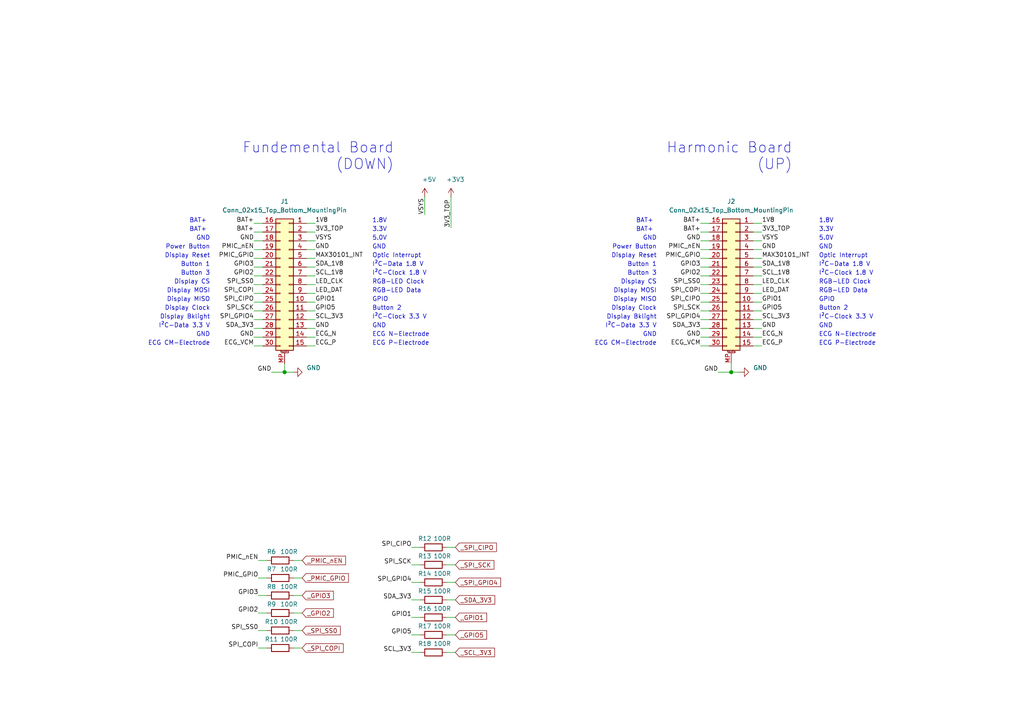
<source format=kicad_sch>
(kicad_sch (version 20201015) (generator eeschema)
  (page 1 4)
  (paper "A4")
  (title_block (title "Resonance") (date "2020-12-02") (rev "r1.0") (company "GsD : @gregdavill") (comment 1 "Digital video output addon from the card10"))
  (lib_symbols
    (symbol "Connector_Generic_MountingPin:Conn_02x15_Top_Bottom_MountingPin" (pin_names (offset 1.016) hide)
      (property "Reference" "J" (at 1.27 20.32 0))
      (property "Value" "Conn_02x15_Top_Bottom_MountingPin" (at 2.54 -20.32 0))
      (symbol "Conn_02x15_Top_Bottom_MountingPin_1_1"
        (text "Mounting" (at 1.27 -19.431 0) (effects (font (size 0.381 0.381))))
        (rectangle (start -1.27 -4.953) (end 0 -5.207) (stroke (width 0.1524)))
        (rectangle (start -1.27 -7.493) (end 0 -7.747) (stroke (width 0.1524)))
        (rectangle (start -1.27 -10.033) (end 0 -10.287) (stroke (width 0.1524)))
        (rectangle (start -1.27 -12.573) (end 0 -12.827) (stroke (width 0.1524)))
        (rectangle (start -1.27 -15.113) (end 0 -15.367) (stroke (width 0.1524)))
        (rectangle (start -1.27 -17.653) (end 0 -17.907) (stroke (width 0.1524)))
        (rectangle (start -1.27 -2.413) (end 0 -2.667) (stroke (width 0.1524)))
        (rectangle (start -1.27 2.667) (end 0 2.413) (stroke (width 0.1524)))
        (rectangle (start -1.27 5.207) (end 0 4.953) (stroke (width 0.1524)))
        (rectangle (start -1.27 7.747) (end 0 7.493) (stroke (width 0.1524)))
        (rectangle (start -1.27 10.287) (end 0 10.033) (stroke (width 0.1524)))
        (rectangle (start -1.27 0.127) (end 0 -0.127) (stroke (width 0.1524)))
        (rectangle (start -1.27 12.827) (end 0 12.573) (stroke (width 0.1524)))
        (rectangle (start -1.27 15.367) (end 0 15.113) (stroke (width 0.1524)))
        (rectangle (start -1.27 17.907) (end 0 17.653) (stroke (width 0.1524)))
        (rectangle (start -1.27 19.05) (end 3.81 -19.05) (stroke (width 0.254)) (fill (type background)))
        (rectangle (start 3.81 -4.953) (end 2.54 -5.207) (stroke (width 0.1524)))
        (rectangle (start 3.81 -7.493) (end 2.54 -7.747) (stroke (width 0.1524)))
        (rectangle (start 3.81 -10.033) (end 2.54 -10.287) (stroke (width 0.1524)))
        (rectangle (start 3.81 -12.573) (end 2.54 -12.827) (stroke (width 0.1524)))
        (rectangle (start 3.81 -15.113) (end 2.54 -15.367) (stroke (width 0.1524)))
        (rectangle (start 3.81 -17.653) (end 2.54 -17.907) (stroke (width 0.1524)))
        (rectangle (start 3.81 -2.413) (end 2.54 -2.667) (stroke (width 0.1524)))
        (rectangle (start 3.81 2.667) (end 2.54 2.413) (stroke (width 0.1524)))
        (rectangle (start 3.81 5.207) (end 2.54 4.953) (stroke (width 0.1524)))
        (rectangle (start 3.81 7.747) (end 2.54 7.493) (stroke (width 0.1524)))
        (rectangle (start 3.81 10.287) (end 2.54 10.033) (stroke (width 0.1524)))
        (rectangle (start 3.81 0.127) (end 2.54 -0.127) (stroke (width 0.1524)))
        (rectangle (start 3.81 12.827) (end 2.54 12.573) (stroke (width 0.1524)))
        (rectangle (start 3.81 15.367) (end 2.54 15.113) (stroke (width 0.1524)))
        (rectangle (start 3.81 17.907) (end 2.54 17.653) (stroke (width 0.1524)))
        (polyline (pts (xy 0.254 -19.812) (xy 2.286 -19.812)) (stroke (width 0.1524)))
        (pin passive line (at 1.27 -22.86 90) (length 3.048) (name "MountPin") (number "MP"))
        (pin passive line (at -5.08 17.78 0) (length 3.81) (name "Pin_1") (number "1"))
        (pin passive line (at -5.08 -5.08 0) (length 3.81) (name "Pin_10") (number "10"))
        (pin passive line (at -5.08 -7.62 0) (length 3.81) (name "Pin_11") (number "11"))
        (pin passive line (at -5.08 -10.16 0) (length 3.81) (name "Pin_12") (number "12"))
        (pin passive line (at -5.08 -12.7 0) (length 3.81) (name "Pin_13") (number "13"))
        (pin passive line (at -5.08 -15.24 0) (length 3.81) (name "Pin_14") (number "14"))
        (pin passive line (at -5.08 -17.78 0) (length 3.81) (name "Pin_15") (number "15"))
        (pin passive line (at 7.62 17.78 180) (length 3.81) (name "Pin_16") (number "16"))
        (pin passive line (at 7.62 15.24 180) (length 3.81) (name "Pin_17") (number "17"))
        (pin passive line (at 7.62 12.7 180) (length 3.81) (name "Pin_18") (number "18"))
        (pin passive line (at 7.62 10.16 180) (length 3.81) (name "Pin_19") (number "19"))
        (pin passive line (at -5.08 15.24 0) (length 3.81) (name "Pin_2") (number "2"))
        (pin passive line (at 7.62 7.62 180) (length 3.81) (name "Pin_20") (number "20"))
        (pin passive line (at 7.62 5.08 180) (length 3.81) (name "Pin_21") (number "21"))
        (pin passive line (at 7.62 2.54 180) (length 3.81) (name "Pin_22") (number "22"))
        (pin passive line (at 7.62 0 180) (length 3.81) (name "Pin_23") (number "23"))
        (pin passive line (at 7.62 -2.54 180) (length 3.81) (name "Pin_24") (number "24"))
        (pin passive line (at 7.62 -5.08 180) (length 3.81) (name "Pin_25") (number "25"))
        (pin passive line (at 7.62 -7.62 180) (length 3.81) (name "Pin_26") (number "26"))
        (pin passive line (at 7.62 -10.16 180) (length 3.81) (name "Pin_27") (number "27"))
        (pin passive line (at 7.62 -12.7 180) (length 3.81) (name "Pin_28") (number "28"))
        (pin passive line (at 7.62 -15.24 180) (length 3.81) (name "Pin_29") (number "29"))
        (pin passive line (at -5.08 12.7 0) (length 3.81) (name "Pin_3") (number "3"))
        (pin passive line (at 7.62 -17.78 180) (length 3.81) (name "Pin_30") (number "30"))
        (pin passive line (at -5.08 10.16 0) (length 3.81) (name "Pin_4") (number "4"))
        (pin passive line (at -5.08 7.62 0) (length 3.81) (name "Pin_5") (number "5"))
        (pin passive line (at -5.08 5.08 0) (length 3.81) (name "Pin_6") (number "6"))
        (pin passive line (at -5.08 2.54 0) (length 3.81) (name "Pin_7") (number "7"))
        (pin passive line (at -5.08 0 0) (length 3.81) (name "Pin_8") (number "8"))
        (pin passive line (at -5.08 -2.54 0) (length 3.81) (name "Pin_9") (number "9"))
      )
    )
    (symbol "Device:R" (pin_numbers hide) (pin_names (offset 0))
      (property "Reference" "R" (at 2.032 0 90))
      (property "Value" "R" (at 0 0 90))
      (symbol "R_0_1"
        (rectangle (start -1.016 -2.54) (end 1.016 2.54) (stroke (width 0.254)))
      )
      (symbol "R_1_1"
        (pin passive line (at 0 3.81 270) (length 1.27) (name "~") (number "1"))
        (pin passive line (at 0 -3.81 90) (length 1.27) (name "~") (number "2"))
      )
    )
    (symbol "power:+3V3" (power) (pin_names (offset 0))
      (property "Value" "+3V3" (at 0 3.556 0))
      (symbol "+3V3_0_1"
        (polyline (pts (xy -0.762 1.27) (xy 0 2.54)))
        (polyline (pts (xy 0 0) (xy 0 2.54)))
        (polyline (pts (xy 0 2.54) (xy 0.762 1.27)))
      )
      (symbol "+3V3_1_1"
        (pin power_in line (at 0 0 90) (length 0) hide (name "+3V3") (number "1"))
      )
    )
    (symbol "power:+5V" (power) (pin_names (offset 0))
      (property "Value" "+5V" (at 0 3.556 0))
      (symbol "+5V_0_1"
        (polyline (pts (xy -0.762 1.27) (xy 0 2.54)))
        (polyline (pts (xy 0 0) (xy 0 2.54)))
        (polyline (pts (xy 0 2.54) (xy 0.762 1.27)))
      )
      (symbol "+5V_1_1"
        (pin power_in line (at 0 0 90) (length 0) hide (name "+5V") (number "1"))
      )
    )
    (symbol "power:GND" (power) (pin_names (offset 0))
      (property "Value" "GND" (at 0 -3.81 0))
      (symbol "GND_0_1"
        (polyline (pts (xy 0 0) (xy 0 -1.27) (xy 1.27 -1.27) (xy 0 -2.54) (xy -1.27 -1.27) (xy 0 -1.27)))
      )
      (symbol "GND_1_1"
        (pin power_in line (at 0 0 270) (length 0) hide (name "GND") (number "1"))
      )
    )
  )
  (junction (at 82.55 107.95) (diameter 1.016))
  (junction (at 212.09 107.95) (diameter 1.016))
  (wire (pts (xy 73.66 64.77) (xy 76.2 64.77)))
  (wire (pts (xy 73.66 69.85) (xy 76.2 69.85)))
  (wire (pts (xy 73.66 74.93) (xy 76.2 74.93)))
  (wire (pts (xy 73.66 80.01) (xy 76.2 80.01)))
  (wire (pts (xy 73.66 87.63) (xy 76.2 87.63)))
  (wire (pts (xy 73.66 90.17) (xy 76.2 90.17)))
  (wire (pts (xy 73.66 95.25) (xy 76.2 95.25)))
  (wire (pts (xy 73.66 100.33) (xy 76.2 100.33)))
  (wire (pts (xy 74.93 167.64) (xy 77.47 167.64)))
  (wire (pts (xy 74.93 177.8) (xy 77.47 177.8)))
  (wire (pts (xy 76.2 67.31) (xy 73.66 67.31)))
  (wire (pts (xy 76.2 72.39) (xy 73.66 72.39)))
  (wire (pts (xy 76.2 77.47) (xy 73.66 77.47)))
  (wire (pts (xy 76.2 82.55) (xy 73.66 82.55)))
  (wire (pts (xy 76.2 85.09) (xy 73.66 85.09)))
  (wire (pts (xy 76.2 92.71) (xy 73.66 92.71)))
  (wire (pts (xy 76.2 97.79) (xy 73.66 97.79)))
  (wire (pts (xy 77.47 162.56) (xy 74.93 162.56)))
  (wire (pts (xy 77.47 172.72) (xy 74.93 172.72)))
  (wire (pts (xy 77.47 182.88) (xy 74.93 182.88)))
  (wire (pts (xy 77.47 187.96) (xy 74.93 187.96)))
  (wire (pts (xy 78.74 107.95) (xy 82.55 107.95)))
  (wire (pts (xy 82.55 105.41) (xy 82.55 107.95)))
  (wire (pts (xy 82.55 107.95) (xy 85.09 107.95)))
  (wire (pts (xy 85.09 162.56) (xy 87.63 162.56)))
  (wire (pts (xy 85.09 172.72) (xy 87.63 172.72)))
  (wire (pts (xy 85.09 182.88) (xy 87.63 182.88)))
  (wire (pts (xy 85.09 187.96) (xy 87.63 187.96)))
  (wire (pts (xy 87.63 167.64) (xy 85.09 167.64)))
  (wire (pts (xy 87.63 177.8) (xy 85.09 177.8)))
  (wire (pts (xy 88.9 64.77) (xy 91.44 64.77)))
  (wire (pts (xy 88.9 69.85) (xy 91.44 69.85)))
  (wire (pts (xy 88.9 74.93) (xy 91.44 74.93)))
  (wire (pts (xy 88.9 80.01) (xy 91.44 80.01)))
  (wire (pts (xy 88.9 85.09) (xy 91.44 85.09)))
  (wire (pts (xy 88.9 90.17) (xy 91.44 90.17)))
  (wire (pts (xy 88.9 95.25) (xy 91.44 95.25)))
  (wire (pts (xy 88.9 100.33) (xy 91.44 100.33)))
  (wire (pts (xy 91.44 67.31) (xy 88.9 67.31)))
  (wire (pts (xy 91.44 72.39) (xy 88.9 72.39)))
  (wire (pts (xy 91.44 77.47) (xy 88.9 77.47)))
  (wire (pts (xy 91.44 82.55) (xy 88.9 82.55)))
  (wire (pts (xy 91.44 87.63) (xy 88.9 87.63)))
  (wire (pts (xy 91.44 92.71) (xy 88.9 92.71)))
  (wire (pts (xy 91.44 97.79) (xy 88.9 97.79)))
  (wire (pts (xy 119.38 158.75) (xy 121.92 158.75)))
  (wire (pts (xy 119.38 163.83) (xy 121.92 163.83)))
  (wire (pts (xy 119.38 173.99) (xy 121.92 173.99)))
  (wire (pts (xy 119.38 179.07) (xy 121.92 179.07)))
  (wire (pts (xy 119.38 189.23) (xy 121.92 189.23)))
  (wire (pts (xy 121.92 168.91) (xy 119.38 168.91)))
  (wire (pts (xy 121.92 184.15) (xy 119.38 184.15)))
  (wire (pts (xy 123.19 57.15) (xy 123.19 62.23)))
  (wire (pts (xy 129.54 168.91) (xy 132.08 168.91)))
  (wire (pts (xy 129.54 184.15) (xy 132.08 184.15)))
  (wire (pts (xy 130.81 57.15) (xy 130.81 66.04)))
  (wire (pts (xy 132.08 158.75) (xy 129.54 158.75)))
  (wire (pts (xy 132.08 163.83) (xy 129.54 163.83)))
  (wire (pts (xy 132.08 173.99) (xy 129.54 173.99)))
  (wire (pts (xy 132.08 179.07) (xy 129.54 179.07)))
  (wire (pts (xy 132.08 189.23) (xy 129.54 189.23)))
  (wire (pts (xy 203.2 64.77) (xy 205.74 64.77)))
  (wire (pts (xy 203.2 69.85) (xy 205.74 69.85)))
  (wire (pts (xy 203.2 74.93) (xy 205.74 74.93)))
  (wire (pts (xy 203.2 80.01) (xy 205.74 80.01)))
  (wire (pts (xy 203.2 87.63) (xy 205.74 87.63)))
  (wire (pts (xy 203.2 90.17) (xy 205.74 90.17)))
  (wire (pts (xy 203.2 95.25) (xy 205.74 95.25)))
  (wire (pts (xy 203.2 100.33) (xy 205.74 100.33)))
  (wire (pts (xy 205.74 67.31) (xy 203.2 67.31)))
  (wire (pts (xy 205.74 72.39) (xy 203.2 72.39)))
  (wire (pts (xy 205.74 77.47) (xy 203.2 77.47)))
  (wire (pts (xy 205.74 82.55) (xy 203.2 82.55)))
  (wire (pts (xy 205.74 85.09) (xy 203.2 85.09)))
  (wire (pts (xy 205.74 92.71) (xy 203.2 92.71)))
  (wire (pts (xy 205.74 97.79) (xy 203.2 97.79)))
  (wire (pts (xy 208.28 107.95) (xy 212.09 107.95)))
  (wire (pts (xy 212.09 105.41) (xy 212.09 107.95)))
  (wire (pts (xy 212.09 107.95) (xy 214.63 107.95)))
  (wire (pts (xy 218.44 64.77) (xy 220.98 64.77)))
  (wire (pts (xy 218.44 69.85) (xy 220.98 69.85)))
  (wire (pts (xy 218.44 74.93) (xy 220.98 74.93)))
  (wire (pts (xy 218.44 80.01) (xy 220.98 80.01)))
  (wire (pts (xy 218.44 85.09) (xy 220.98 85.09)))
  (wire (pts (xy 218.44 90.17) (xy 220.98 90.17)))
  (wire (pts (xy 218.44 95.25) (xy 220.98 95.25)))
  (wire (pts (xy 218.44 100.33) (xy 220.98 100.33)))
  (wire (pts (xy 220.98 67.31) (xy 218.44 67.31)))
  (wire (pts (xy 220.98 72.39) (xy 218.44 72.39)))
  (wire (pts (xy 220.98 77.47) (xy 218.44 77.47)))
  (wire (pts (xy 220.98 82.55) (xy 218.44 82.55)))
  (wire (pts (xy 220.98 87.63) (xy 218.44 87.63)))
  (wire (pts (xy 220.98 92.71) (xy 218.44 92.71)))
  (wire (pts (xy 220.98 97.79) (xy 218.44 97.79)))
  (text "BAT+ " (at 60.96 64.77 180) (effects (font (size 1.27 1.27)) (justify right bottom)))
  (text "BAT+ " (at 60.96 67.31 180) (effects (font (size 1.27 1.27)) (justify right bottom)))
  (text "GND" (at 60.96 69.85 180) (effects (font (size 1.27 1.27)) (justify right bottom)))
  (text "Power Button" (at 60.96 72.39 180) (effects (font (size 1.27 1.27)) (justify right bottom)))
  (text "Display Reset" (at 60.96 74.93 180) (effects (font (size 1.27 1.27)) (justify right bottom)))
  (text "Button 1" (at 60.96 77.47 180) (effects (font (size 1.27 1.27)) (justify right bottom)))
  (text "Button 3" (at 60.96 80.01 180) (effects (font (size 1.27 1.27)) (justify right bottom)))
  (text "Display CS" (at 60.96 82.55 180) (effects (font (size 1.27 1.27)) (justify right bottom)))
  (text "Display MOSI" (at 60.96 85.09 180) (effects (font (size 1.27 1.27)) (justify right bottom)))
  (text "Display MISO" (at 60.96 87.63 180) (effects (font (size 1.27 1.27)) (justify right bottom)))
  (text "Display Clock" (at 60.96 90.17 180) (effects (font (size 1.27 1.27)) (justify right bottom)))
  (text "Display Bklight" (at 60.96 92.71 180) (effects (font (size 1.27 1.27)) (justify right bottom)))
  (text "I²C-Data 3.3 V" (at 60.96 95.25 180) (effects (font (size 1.27 1.27)) (justify right bottom)))
  (text "GND" (at 60.96 97.79 180) (effects (font (size 1.27 1.27)) (justify right bottom)))
  (text "ECG CM-Electrode" (at 60.96 100.33 180) (effects (font (size 1.27 1.27)) (justify right bottom)))
  (text "1.8V" (at 107.95 64.77 0) (effects (font (size 1.27 1.27)) (justify left bottom)))
  (text "3.3V" (at 107.95 67.31 0) (effects (font (size 1.27 1.27)) (justify left bottom)))
  (text "5.0V" (at 107.95 69.85 0) (effects (font (size 1.27 1.27)) (justify left bottom)))
  (text "GND" (at 107.95 72.39 0) (effects (font (size 1.27 1.27)) (justify left bottom)))
  (text "Optic Interrupt" (at 107.95 74.93 0) (effects (font (size 1.27 1.27)) (justify left bottom)))
  (text "I²C-Data 1.8 V" (at 107.95 77.47 0) (effects (font (size 1.27 1.27)) (justify left bottom)))
  (text "I²C-Clock 1.8 V" (at 107.95 80.01 0) (effects (font (size 1.27 1.27)) (justify left bottom)))
  (text "RGB-LED Clock" (at 107.95 82.55 0) (effects (font (size 1.27 1.27)) (justify left bottom)))
  (text "RGB-LED Data" (at 107.95 85.09 0) (effects (font (size 1.27 1.27)) (justify left bottom)))
  (text "GPIO" (at 107.95 87.63 0) (effects (font (size 1.27 1.27)) (justify left bottom)))
  (text "Button 2" (at 107.95 90.17 0) (effects (font (size 1.27 1.27)) (justify left bottom)))
  (text "I²C-Clock 3.3 V" (at 107.95 92.71 0) (effects (font (size 1.27 1.27)) (justify left bottom)))
  (text "GND" (at 107.95 95.25 0) (effects (font (size 1.27 1.27)) (justify left bottom)))
  (text "ECG N-Electrode" (at 107.95 97.79 0) (effects (font (size 1.27 1.27)) (justify left bottom)))
  (text "ECG P-Electrode" (at 107.95 100.33 0) (effects (font (size 1.27 1.27)) (justify left bottom)))
  (text "Fundemental Board\n(DOWN)" (at 114.3 49.53 180) (effects (font (size 3 3)) (justify right bottom)))
  (text "BAT+ " (at 190.5 64.77 180) (effects (font (size 1.27 1.27)) (justify right bottom)))
  (text "BAT+ " (at 190.5 67.31 180) (effects (font (size 1.27 1.27)) (justify right bottom)))
  (text "GND" (at 190.5 69.85 180) (effects (font (size 1.27 1.27)) (justify right bottom)))
  (text "Power Button" (at 190.5 72.39 180) (effects (font (size 1.27 1.27)) (justify right bottom)))
  (text "Display Reset" (at 190.5 74.93 180) (effects (font (size 1.27 1.27)) (justify right bottom)))
  (text "Button 1" (at 190.5 77.47 180) (effects (font (size 1.27 1.27)) (justify right bottom)))
  (text "Button 3" (at 190.5 80.01 180) (effects (font (size 1.27 1.27)) (justify right bottom)))
  (text "Display CS" (at 190.5 82.55 180) (effects (font (size 1.27 1.27)) (justify right bottom)))
  (text "Display MOSI" (at 190.5 85.09 180) (effects (font (size 1.27 1.27)) (justify right bottom)))
  (text "Display MISO" (at 190.5 87.63 180) (effects (font (size 1.27 1.27)) (justify right bottom)))
  (text "Display Clock" (at 190.5 90.17 180) (effects (font (size 1.27 1.27)) (justify right bottom)))
  (text "Display Bklight" (at 190.5 92.71 180) (effects (font (size 1.27 1.27)) (justify right bottom)))
  (text "I²C-Data 3.3 V" (at 190.5 95.25 180) (effects (font (size 1.27 1.27)) (justify right bottom)))
  (text "GND" (at 190.5 97.79 180) (effects (font (size 1.27 1.27)) (justify right bottom)))
  (text "ECG CM-Electrode" (at 190.5 100.33 180) (effects (font (size 1.27 1.27)) (justify right bottom)))
  (text "Harmonic Board\n(UP)" (at 229.87 49.53 180) (effects (font (size 3 3)) (justify right bottom)))
  (text "1.8V" (at 237.49 64.77 0) (effects (font (size 1.27 1.27)) (justify left bottom)))
  (text "3.3V" (at 237.49 67.31 0) (effects (font (size 1.27 1.27)) (justify left bottom)))
  (text "5.0V" (at 237.49 69.85 0) (effects (font (size 1.27 1.27)) (justify left bottom)))
  (text "GND" (at 237.49 72.39 0) (effects (font (size 1.27 1.27)) (justify left bottom)))
  (text "Optic Interrupt" (at 237.49 74.93 0) (effects (font (size 1.27 1.27)) (justify left bottom)))
  (text "I²C-Data 1.8 V" (at 237.49 77.47 0) (effects (font (size 1.27 1.27)) (justify left bottom)))
  (text "I²C-Clock 1.8 V" (at 237.49 80.01 0) (effects (font (size 1.27 1.27)) (justify left bottom)))
  (text "RGB-LED Clock" (at 237.49 82.55 0) (effects (font (size 1.27 1.27)) (justify left bottom)))
  (text "RGB-LED Data" (at 237.49 85.09 0) (effects (font (size 1.27 1.27)) (justify left bottom)))
  (text "GPIO" (at 237.49 87.63 0) (effects (font (size 1.27 1.27)) (justify left bottom)))
  (text "Button 2" (at 237.49 90.17 0) (effects (font (size 1.27 1.27)) (justify left bottom)))
  (text "I²C-Clock 3.3 V" (at 237.49 92.71 0) (effects (font (size 1.27 1.27)) (justify left bottom)))
  (text "GND" (at 237.49 95.25 0) (effects (font (size 1.27 1.27)) (justify left bottom)))
  (text "ECG N-Electrode" (at 237.49 97.79 0) (effects (font (size 1.27 1.27)) (justify left bottom)))
  (text "ECG P-Electrode" (at 237.49 100.33 0) (effects (font (size 1.27 1.27)) (justify left bottom)))
  (label "BAT+" (at 73.66 64.77 180))
  (label "BAT+" (at 73.66 67.31 180))
  (label "GND" (at 73.66 69.85 180))
  (label "PMIC_nEN" (at 73.66 72.39 180))
  (label "PMIC_GPIO" (at 73.66 74.93 180))
  (label "GPIO3" (at 73.66 77.47 180))
  (label "GPIO2" (at 73.66 80.01 180))
  (label "SPI_SS0" (at 73.66 82.55 180))
  (label "SPI_COPI" (at 73.66 85.09 180))
  (label "SPI_CIPO" (at 73.66 87.63 180))
  (label "SPI_SCK" (at 73.66 90.17 180))
  (label "SPI_GPIO4" (at 73.66 92.71 180))
  (label "SDA_3V3" (at 73.66 95.25 180))
  (label "GND" (at 73.66 97.79 180))
  (label "ECG_VCM" (at 73.66 100.33 180))
  (label "PMIC_nEN" (at 74.93 162.56 180))
  (label "PMIC_GPIO" (at 74.93 167.64 180))
  (label "GPIO3" (at 74.93 172.72 180))
  (label "GPIO2" (at 74.93 177.8 180))
  (label "SPI_SS0" (at 74.93 182.88 180))
  (label "SPI_COPI" (at 74.93 187.96 180))
  (label "GND" (at 78.74 107.95 180))
  (label "1V8" (at 91.44 64.77 0))
  (label "3V3_TOP" (at 91.44 67.31 0))
  (label "VSYS" (at 91.44 69.85 0))
  (label "GND" (at 91.44 72.39 0))
  (label "MAX30101_INT" (at 91.44 74.93 0))
  (label "SDA_1V8" (at 91.44 77.47 0))
  (label "SCL_1V8" (at 91.44 80.01 0))
  (label "LED_CLK" (at 91.44 82.55 0))
  (label "LED_DAT" (at 91.44 85.09 0))
  (label "GPIO1" (at 91.44 87.63 0))
  (label "GPIO5" (at 91.44 90.17 0))
  (label "SCL_3V3" (at 91.44 92.71 0))
  (label "GND" (at 91.44 95.25 0))
  (label "ECG_N" (at 91.44 97.79 0))
  (label "ECG_P" (at 91.44 100.33 0))
  (label "SPI_CIPO" (at 119.38 158.75 180))
  (label "SPI_SCK" (at 119.38 163.83 180))
  (label "SPI_GPIO4" (at 119.38 168.91 180))
  (label "SDA_3V3" (at 119.38 173.99 180))
  (label "GPIO1" (at 119.38 179.07 180))
  (label "GPIO5" (at 119.38 184.15 180))
  (label "SCL_3V3" (at 119.38 189.23 180))
  (label "VSYS" (at 123.19 62.23 90))
  (label "3V3_TOP" (at 130.81 66.04 90))
  (label "BAT+" (at 203.2 64.77 180))
  (label "BAT+" (at 203.2 67.31 180))
  (label "GND" (at 203.2 69.85 180))
  (label "PMIC_nEN" (at 203.2 72.39 180))
  (label "PMIC_GPIO" (at 203.2 74.93 180))
  (label "GPIO3" (at 203.2 77.47 180))
  (label "GPIO2" (at 203.2 80.01 180))
  (label "SPI_SS0" (at 203.2 82.55 180))
  (label "SPI_COPI" (at 203.2 85.09 180))
  (label "SPI_CIPO" (at 203.2 87.63 180))
  (label "SPI_SCK" (at 203.2 90.17 180))
  (label "SPI_GPIO4" (at 203.2 92.71 180))
  (label "SDA_3V3" (at 203.2 95.25 180))
  (label "GND" (at 203.2 97.79 180))
  (label "ECG_VCM" (at 203.2 100.33 180))
  (label "GND" (at 208.28 107.95 180))
  (label "1V8" (at 220.98 64.77 0))
  (label "3V3_TOP" (at 220.98 67.31 0))
  (label "VSYS" (at 220.98 69.85 0))
  (label "GND" (at 220.98 72.39 0))
  (label "MAX30101_INT" (at 220.98 74.93 0))
  (label "SDA_1V8" (at 220.98 77.47 0))
  (label "SCL_1V8" (at 220.98 80.01 0))
  (label "LED_CLK" (at 220.98 82.55 0))
  (label "LED_DAT" (at 220.98 85.09 0))
  (label "GPIO1" (at 220.98 87.63 0))
  (label "GPIO5" (at 220.98 90.17 0))
  (label "SCL_3V3" (at 220.98 92.71 0))
  (label "GND" (at 220.98 95.25 0))
  (label "ECG_N" (at 220.98 97.79 0))
  (label "ECG_P" (at 220.98 100.33 0))
  (global_label "_PMIC_nEN" (shape input) (at 87.63 162.56 0) (property "Intersheet References" "${INTERSHEET_REFS}" (effects hide)))
  (global_label "_PMIC_GPIO" (shape input) (at 87.63 167.64 0) (property "Intersheet References" "${INTERSHEET_REFS}" (effects hide)))
  (global_label "_GPIO3" (shape input) (at 87.63 172.72 0) (property "Intersheet References" "${INTERSHEET_REFS}" (effects hide)))
  (global_label "_GPIO2" (shape input) (at 87.63 177.8 0) (property "Intersheet References" "${INTERSHEET_REFS}" (effects hide)))
  (global_label "_SPI_SS0" (shape input) (at 87.63 182.88 0) (property "Intersheet References" "${INTERSHEET_REFS}" (effects hide)))
  (global_label "_SPI_COPI" (shape input) (at 87.63 187.96 0) (property "Intersheet References" "${INTERSHEET_REFS}" (effects hide)))
  (global_label "_SPI_CIPO" (shape input) (at 132.08 158.75 0) (property "Intersheet References" "${INTERSHEET_REFS}" (effects hide)))
  (global_label "_SPI_SCK" (shape input) (at 132.08 163.83 0) (property "Intersheet References" "${INTERSHEET_REFS}" (effects hide)))
  (global_label "_SPI_GPIO4" (shape input) (at 132.08 168.91 0) (property "Intersheet References" "${INTERSHEET_REFS}" (effects hide)))
  (global_label "_SDA_3V3" (shape input) (at 132.08 173.99 0) (property "Intersheet References" "${INTERSHEET_REFS}" (effects hide)))
  (global_label "_GPIO1" (shape input) (at 132.08 179.07 0) (property "Intersheet References" "${INTERSHEET_REFS}" (effects hide)))
  (global_label "_GPIO5" (shape input) (at 132.08 184.15 0) (property "Intersheet References" "${INTERSHEET_REFS}" (effects hide)))
  (global_label "_SCL_3V3" (shape input) (at 132.08 189.23 0) (property "Intersheet References" "${INTERSHEET_REFS}" (effects hide)))
  (symbol (lib_id "power:+5V") (at 123.19 57.15 0) (unit 1)
    (property "Reference" "#PWR0105" (effects hide))
    (property "Value" "+5V" (at 124.46 52.07 0))
  )
  (symbol (lib_id "power:+3V3") (at 130.81 57.15 0) (unit 1)
    (property "Reference" "#PWR0106" (effects hide))
    (property "Value" "+3V3" (at 132.08 52.07 0))
  )
  (symbol (lib_id "power:GND") (at 85.09 107.95 90) (unit 1)
    (property "Reference" "#PWR0101" (effects hide))
    (property "Value" "GND" (at 88.9 106.68 90) (effects (justify right)))
  )
  (symbol (lib_id "power:GND") (at 214.63 107.95 90) (unit 1)
    (property "Reference" "#PWR0102" (effects hide))
    (property "Value" "GND" (at 218.44 106.68 90) (effects (justify right)))
  )
  (symbol (lib_id "Device:R") (at 81.28 162.56 90) (unit 1)
    (property "Reference" "R6" (at 78.74 160.02 90))
    (property "Value" "100R" (at 83.82 160.02 90))
    (property "Footprint" "Resistor_SMD:R_0402_1005Metric" (effects hide))
  )
  (symbol (lib_id "Device:R") (at 81.28 167.64 90) (unit 1)
    (property "Reference" "R7" (at 78.74 165.1 90))
    (property "Value" "100R" (at 83.82 165.1 90))
    (property "Footprint" "Resistor_SMD:R_0402_1005Metric" (effects hide))
  )
  (symbol (lib_id "Device:R") (at 81.28 172.72 90) (unit 1)
    (property "Reference" "R8" (at 78.74 170.18 90))
    (property "Value" "100R" (at 83.82 170.18 90))
    (property "Footprint" "Resistor_SMD:R_0402_1005Metric" (effects hide))
  )
  (symbol (lib_id "Device:R") (at 81.28 177.8 90) (unit 1)
    (property "Reference" "R9" (at 78.74 175.26 90))
    (property "Value" "100R" (at 83.82 175.26 90))
    (property "Footprint" "Resistor_SMD:R_0402_1005Metric" (effects hide))
  )
  (symbol (lib_id "Device:R") (at 81.28 182.88 90) (unit 1)
    (property "Reference" "R10" (at 78.74 180.34 90))
    (property "Value" "100R" (at 83.82 180.34 90))
    (property "Footprint" "Resistor_SMD:R_0402_1005Metric" (effects hide))
  )
  (symbol (lib_id "Device:R") (at 81.28 187.96 90) (unit 1)
    (property "Reference" "R11" (at 78.74 185.42 90))
    (property "Value" "100R" (at 83.82 185.42 90))
    (property "Footprint" "Resistor_SMD:R_0402_1005Metric" (effects hide))
  )
  (symbol (lib_id "Device:R") (at 125.73 158.75 90) (unit 1)
    (property "Reference" "R12" (at 123.19 156.21 90))
    (property "Value" "100R" (at 128.27 156.21 90))
    (property "Footprint" "Resistor_SMD:R_0402_1005Metric" (effects hide))
  )
  (symbol (lib_id "Device:R") (at 125.73 163.83 90) (unit 1)
    (property "Reference" "R13" (at 123.19 161.29 90))
    (property "Value" "100R" (at 128.27 161.29 90))
    (property "Footprint" "Resistor_SMD:R_0402_1005Metric" (effects hide))
  )
  (symbol (lib_id "Device:R") (at 125.73 168.91 90) (unit 1)
    (property "Reference" "R14" (at 123.19 166.37 90))
    (property "Value" "100R" (at 128.27 166.37 90))
    (property "Footprint" "Resistor_SMD:R_0402_1005Metric" (effects hide))
  )
  (symbol (lib_id "Device:R") (at 125.73 173.99 90) (unit 1)
    (property "Reference" "R15" (at 123.19 171.45 90))
    (property "Value" "100R" (at 128.27 171.45 90))
    (property "Footprint" "Resistor_SMD:R_0402_1005Metric" (effects hide))
  )
  (symbol (lib_id "Device:R") (at 125.73 179.07 90) (unit 1)
    (property "Reference" "R16" (at 123.19 176.53 90))
    (property "Value" "100R" (at 128.27 176.53 90))
    (property "Footprint" "Resistor_SMD:R_0402_1005Metric" (effects hide))
  )
  (symbol (lib_id "Device:R") (at 125.73 184.15 90) (unit 1)
    (property "Reference" "R17" (at 123.19 181.61 90))
    (property "Value" "100R" (at 128.27 181.61 90))
    (property "Footprint" "Resistor_SMD:R_0402_1005Metric" (effects hide))
  )
  (symbol (lib_id "Device:R") (at 125.73 189.23 90) (unit 1)
    (property "Reference" "R18" (at 123.19 186.69 90))
    (property "Value" "100R" (at 128.27 186.69 90))
    (property "Footprint" "Resistor_SMD:R_0402_1005Metric" (effects hide))
  )
  (symbol (lib_id "Connector_Generic_MountingPin:Conn_02x15_Top_Bottom_MountingPin") (at 83.82 82.55 0) (mirror y) (unit 1)
    (property "Reference" "J1" (at 82.55 58.42 0))
    (property "Value" "Conn_02x15_Top_Bottom_MountingPin" (at 82.55 60.96 0))
    (property "Footprint" "gsd-footprints:10132797-035100LF" (effects hide))
  )
  (symbol (lib_id "Connector_Generic_MountingPin:Conn_02x15_Top_Bottom_MountingPin") (at 213.36 82.55 0) (mirror y) (unit 1)
    (property "Reference" "J2" (at 212.09 58.42 0))
    (property "Value" "Conn_02x15_Top_Bottom_MountingPin" (at 212.09 60.96 0))
    (property "Footprint" "gsd-footprints:10132798-30" (effects hide))
  )
)
</source>
